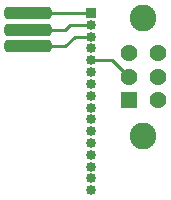
<source format=gbr>
%TF.GenerationSoftware,KiCad,Pcbnew,7.0.5-0*%
%TF.CreationDate,2023-06-18T22:27:14-04:00*%
%TF.ProjectId,esp_connectors,6573705f-636f-46e6-9e65-63746f72732e,rev?*%
%TF.SameCoordinates,Original*%
%TF.FileFunction,Copper,L2,Bot*%
%TF.FilePolarity,Positive*%
%FSLAX46Y46*%
G04 Gerber Fmt 4.6, Leading zero omitted, Abs format (unit mm)*
G04 Created by KiCad (PCBNEW 7.0.5-0) date 2023-06-18 22:27:14*
%MOMM*%
%LPD*%
G01*
G04 APERTURE LIST*
G04 Aperture macros list*
%AMRoundRect*
0 Rectangle with rounded corners*
0 $1 Rounding radius*
0 $2 $3 $4 $5 $6 $7 $8 $9 X,Y pos of 4 corners*
0 Add a 4 corners polygon primitive as box body*
4,1,4,$2,$3,$4,$5,$6,$7,$8,$9,$2,$3,0*
0 Add four circle primitives for the rounded corners*
1,1,$1+$1,$2,$3*
1,1,$1+$1,$4,$5*
1,1,$1+$1,$6,$7*
1,1,$1+$1,$8,$9*
0 Add four rect primitives between the rounded corners*
20,1,$1+$1,$2,$3,$4,$5,0*
20,1,$1+$1,$4,$5,$6,$7,0*
20,1,$1+$1,$6,$7,$8,$9,0*
20,1,$1+$1,$8,$9,$2,$3,0*%
G04 Aperture macros list end*
%TA.AperFunction,SMDPad,CuDef*%
%ADD10RoundRect,0.250000X-1.750000X0.250000X-1.750000X-0.250000X1.750000X-0.250000X1.750000X0.250000X0*%
%TD*%
%TA.AperFunction,ComponentPad*%
%ADD11R,0.850000X0.850000*%
%TD*%
%TA.AperFunction,ComponentPad*%
%ADD12O,0.850000X0.850000*%
%TD*%
%TA.AperFunction,ComponentPad*%
%ADD13R,1.438000X1.438000*%
%TD*%
%TA.AperFunction,ComponentPad*%
%ADD14C,1.438000*%
%TD*%
%TA.AperFunction,ComponentPad*%
%ADD15C,2.265000*%
%TD*%
%TA.AperFunction,Conductor*%
%ADD16C,0.250000*%
%TD*%
G04 APERTURE END LIST*
D10*
%TO.P,Gn,1,A*%
%TO.N,/gnd*%
X154600000Y-82600000D03*
%TD*%
D11*
%TO.P,J1,1,Pin_1*%
%TO.N,/vcc*%
X160000000Y-81200000D03*
D12*
%TO.P,J1,2,Pin_2*%
%TO.N,/gnd*%
X160000000Y-82200000D03*
%TO.P,J1,3,Pin_3*%
%TO.N,/D15*%
X160000000Y-83200000D03*
%TO.P,J1,4,Pin_4*%
%TO.N,unconnected-(J1-Pin_4-Pad4)*%
X160000000Y-84200000D03*
%TO.P,J1,5,Pin_5*%
%TO.N,/D4*%
X160000000Y-85200000D03*
%TO.P,J1,6,Pin_6*%
%TO.N,unconnected-(J1-Pin_6-Pad6)*%
X160000000Y-86200000D03*
%TO.P,J1,7,Pin_7*%
%TO.N,unconnected-(J1-Pin_7-Pad7)*%
X160000000Y-87200000D03*
%TO.P,J1,8,Pin_8*%
%TO.N,unconnected-(J1-Pin_8-Pad8)*%
X160000000Y-88200000D03*
%TO.P,J1,9,Pin_9*%
%TO.N,unconnected-(J1-Pin_9-Pad9)*%
X160000000Y-89200000D03*
%TO.P,J1,10,Pin_10*%
%TO.N,unconnected-(J1-Pin_10-Pad10)*%
X160000000Y-90200000D03*
%TO.P,J1,11,Pin_11*%
%TO.N,unconnected-(J1-Pin_11-Pad11)*%
X160000000Y-91200000D03*
%TO.P,J1,12,Pin_12*%
%TO.N,unconnected-(J1-Pin_12-Pad12)*%
X160000000Y-92200000D03*
%TO.P,J1,13,Pin_13*%
%TO.N,unconnected-(J1-Pin_13-Pad13)*%
X160000000Y-93200000D03*
%TO.P,J1,14,Pin_14*%
%TO.N,unconnected-(J1-Pin_14-Pad14)*%
X160000000Y-94200000D03*
%TO.P,J1,15,Pin_15*%
%TO.N,unconnected-(J1-Pin_15-Pad15)*%
X160000000Y-95200000D03*
%TO.P,J1,16,Pin_16*%
%TO.N,unconnected-(J1-Pin_16-Pad16)*%
X160000000Y-96200000D03*
%TD*%
D10*
%TO.P,Sg,1,A*%
%TO.N,/D15*%
X154600000Y-84000000D03*
%TD*%
%TO.P,Vc,1,A*%
%TO.N,/vcc*%
X154600000Y-81200000D03*
%TD*%
D13*
%TO.P,S1,1*%
%TO.N,/gnd*%
X163150000Y-88600000D03*
D14*
%TO.P,S1,2*%
%TO.N,/D4*%
X163150000Y-86600000D03*
%TO.P,S1,3*%
%TO.N,/vcc*%
X163150000Y-84600000D03*
%TO.P,S1,4*%
%TO.N,unconnected-(S1-Pad4)*%
X165650000Y-88600000D03*
%TO.P,S1,5*%
%TO.N,unconnected-(S1-Pad5)*%
X165650000Y-86600000D03*
%TO.P,S1,6*%
%TO.N,unconnected-(S1-Pad6)*%
X165650000Y-84600000D03*
D15*
%TO.P,S1,S1*%
%TO.N,N/C*%
X164400000Y-91600000D03*
%TO.P,S1,S2*%
X164400000Y-81600000D03*
%TD*%
D16*
%TO.N,/vcc*%
X160000000Y-81200000D02*
X154600000Y-81200000D01*
%TO.N,/D15*%
X160000000Y-83200000D02*
X158600000Y-83200000D01*
X157800000Y-84000000D02*
X154600000Y-84000000D01*
X158600000Y-83200000D02*
X157800000Y-84000000D01*
%TO.N,/D4*%
X160000000Y-85200000D02*
X161750000Y-85200000D01*
X161750000Y-85200000D02*
X163150000Y-86600000D01*
%TO.N,/gnd*%
X157800000Y-82600000D02*
X154600000Y-82600000D01*
X158200000Y-82200000D02*
X157800000Y-82600000D01*
X160000000Y-82200000D02*
X158200000Y-82200000D01*
%TD*%
M02*

</source>
